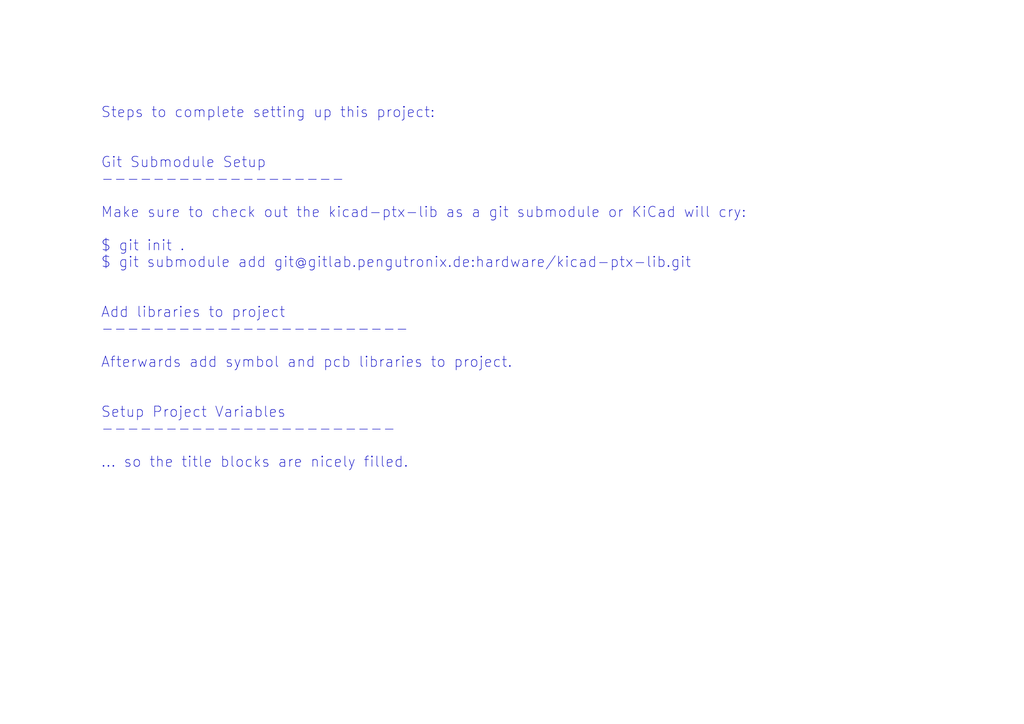
<source format=kicad_sch>
(kicad_sch (version 20211123) (generator eeschema)
  (paper "A4")
  (title_block (title "${title}") (date "2022-03-07") (rev "R${release}") (company "${company}") (comment 1 "${release_state}") (comment 2 "${prefix}-S${type_number}-R${release}-V${sch_variant}-C${ci}") (comment 3 "hardware/${prefix}-S${type_number}_${short_desciption}"))
  (lib_symbols)
  (text "Steps to complete setting up this project:\n\n\nGit Submodule Setup\n-------------------\n\nMake sure to check out the kicad-ptx-lib as a git submodule or KiCad will cry:\n\n$ git init .\n$ git submodule add git@gitlab.pengutronix.de:hardware/kicad-ptx-lib.git\n\n\nAdd libraries to project\n------------------------\n\nAfterwards add symbol and pcb libraries to project.\n\n\nSetup Project Variables\n-----------------------\n\n... so the title blocks are nicely filled." (at 29.21 135.89 0) (effects (font (size 3 3)) (justify left bottom)))
)
</source>
